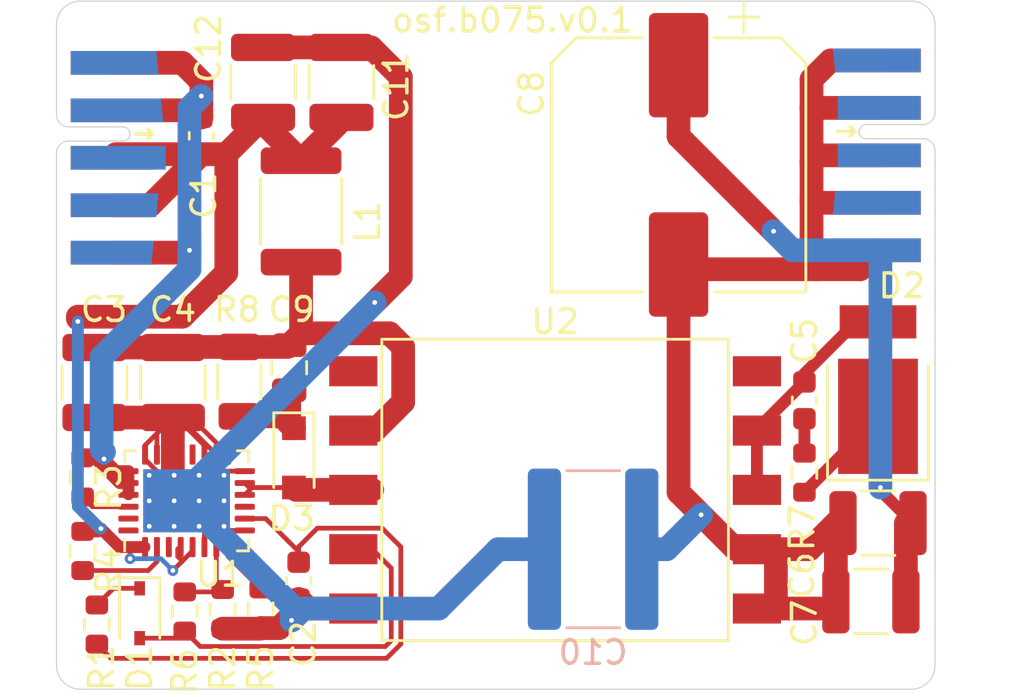
<source format=kicad_pcb>
(kicad_pcb (version 20211014) (generator pcbnew)
  (layers (0 "F.Cu" signal) (31 "B.Cu" signal) (34 "B.Paste" user) (35 "F.Paste" user) (36 "B.SilkS" user "B.Silkscreen") (37 "F.SilkS" user "F.Silkscreen") (38 "B.Mask" user) (39 "F.Mask" user) (44 "Edge.Cuts" user))
  (net 0 "")
  (net 1 "GND")
  (net 2 "Net-(R3-Pad1)")
  (net 3 "Net-(C2-Pad1)")
  (net 4 "/Controller/PoE-")
  (net 5 "/Controller/GNDPWR")
  (net 6 "/Controller/5V")
  (net 7 "Net-(R4-Pad2)")
  (net 8 "Net-(R5-Pad1)")
  (net 9 "/Controller/PoE+")
  (net 16 "Net-(C5-Pad2)")
  (net 17 "Net-(D1-Pad1)")
  (net 18 "Net-(R2-Pad1)")
  (net 19 "Net-(C3-Pad1)")
  (net 20 "Net-(C9-Pad2)")
  (net 21 "Net-(D3-Pad2)")
  (net 22 "Net-(D1-Pad2)")
  (net 23 "Net-(D2-Pad2)")
  (footprint "on_edge:on_edge_2x05_device" (layer "F.Cu") (at 77 80.6 -90)
    (fp_text reference "J1")
    (fp_text value "013_PoE_rectified")
    (fp_line (start -1.2 -3.85) (end -1 -4.05) (layer "F.SilkS") (width 0.153))
    (fp_line (start -1 -4.05) (end -1 -3.323) (layer "F.SilkS") (width 0.153))
    (fp_line (start -1 -4.05) (end -0.8 -3.85) (layer "F.SilkS") (width 0.153))
    (fp_line (start -4 0) (end -1.8 0) (layer "Edge.Cuts") (width 0.05))
    (fp_line (start -0.7 -0.5) (end -0.7 -2.8) (layer "Edge.Cuts") (width 0.05))
    (fp_line (start -0.2 0) (end 4 0) (layer "Edge.Cuts") (width 0.05))
    (fp_line (start -1.3 -2.8) (end -1.3 -0.5) (layer "Edge.Cuts") (width 0.05))
    (fp_arc (start -1.3 -0.5) (mid -1.446447 -0.146447) (end -1.8 0) (layer "Edge.Cuts") (width 0.05))
    (fp_arc (start -0.2 0) (mid -0.553553 -0.146447) (end -0.7 -0.5) (layer "Edge.Cuts") (width 0.05))
    (fp_arc (start -1.3 -2.8) (mid -1 -3.1) (end -0.7 -2.8) (layer "Edge.Cuts") (width 0.05))
    (pad "1" smd rect (at -4 -2.35 90) (size 1 3.5) (layers "F.Cu" "F.Mask") (net 4 "/Controller/PoE-"))
    (pad "2" smd rect (at -2 -2.35 270) (size 1 3.5) (layers "F.Cu" "F.Mask") (net 4 "/Controller/PoE-"))
    (pad "3" smd rect (at 0 -2.35 270) (size 1 3.5) (layers "F.Cu" "F.Mask") (net 9 "/Controller/PoE+"))
    (pad "4" smd rect (at 2 -2.35 90) (size 1 3.5) (layers "F.Cu" "F.Mask") (net 9 "/Controller/PoE+"))
    (pad "5" smd rect (at 4 -2.35 90) (size 1 3.5) (layers "F.Cu" "F.Mask") (net 4 "/Controller/PoE-"))
    (pad "6" smd custom (at -4 -2.4 270) (size 1 3.6) (layers "B.Cu" "B.Mask") (options (clearance outline) (anchor rect)) (primitives (gr_poly (pts (xy 0.5 -1.8) (xy 0.5 -1.9) (xy -0.5 -1.8)) (width 0) (fill yes))))
    (pad "7" smd custom (at -2 -2.1 270) (size 1 3) (layers "B.Cu" "B.Mask") (options (clearance outline) (anchor rect)) (primitives (gr_poly (pts (xy 0.3 -0.51) (xy 0.31 -0.62) (xy 0.33 -0.7) (xy 0.35 -0.76) (xy 0.37 -0.81) (xy 0.4 -0.86) (xy 0.44 -0.92) (xy 0.48 -0.97) (xy 0.5 -0.99) (xy 0.5 -2.4) (xy -0.5 -2.3) (xy -0.5 1.5) (xy 0.3 1.5)) (width 0) (fill yes))))
    (pad "8" smd rect (at 0 -2.6 270) (size 1 4) (layers "B.Cu" "B.Mask"))
    (pad "9" smd custom (at 2 -2.4 270) (size 1 3.6) (layers "B.Cu" "B.Mask") (options (clearance outline) (anchor rect)) (primitives (gr_poly (pts (xy -0.5 -1.8) (xy -0.5 -1.9) (xy 0.5 -1.8)) (width 0) (fill yes))))
    (pad "10" smd custom (at 4 -2.3 270) (size 1 3.4) (layers "B.Cu" "B.Mask") (options (clearance outline) (anchor rect)) (primitives (gr_poly (pts (xy -0.5 -1.7) (xy -0.5 -1.8) (xy 0.5 -1.7)) (width 0) (fill yes))))
  )
  (footprint "Capacitor_SMD:C_0603_1608Metric" (layer "F.Cu") (at 83.1 79.675 90)
    (fp_text reference "C1" (at -2.525 0.1 90) (layer "F.SilkS"))
    (fp_text value "100n")
    (fp_line (start -0.14058 -0.51) (end 0.14058 -0.51) (layer "F.SilkS") (width 0.12))
    (fp_line (start -0.14058 0.51) (end 0.14058 0.51) (layer "F.SilkS") (width 0.12))
    (pad "1" smd roundrect (at -0.775 0 90) (size 0.9 0.95) (layers "F.Cu" "F.Paste" "F.Mask") (net 9 "/Controller/PoE+"))
    (pad "2" smd roundrect (at 0.775 0 90) (size 0.9 0.95) (layers "F.Cu" "F.Paste" "F.Mask") (net 4 "/Controller/PoE-"))
  )
  (footprint "Capacitor_SMD:C_0603_1608Metric" (layer "F.Cu") (at 87.2 98.425 -90)
    (fp_text reference "C2" (at 2.675 -0.2 90) (layer "F.SilkS"))
    (fp_text value "1uF")
    (fp_line (start -0.14058 -0.51) (end 0.14058 -0.51) (layer "F.SilkS") (width 0.12))
    (fp_line (start -0.14058 0.51) (end 0.14058 0.51) (layer "F.SilkS") (width 0.12))
    (pad "1" smd roundrect (at -0.775 0 270) (size 0.9 0.95) (layers "F.Cu" "F.Paste" "F.Mask") (net 3 "Net-(C2-Pad1)"))
    (pad "2" smd roundrect (at 0.775 0 270) (size 0.9 0.95) (layers "F.Cu" "F.Paste" "F.Mask") (net 5 "/Controller/GNDPWR"))
  )
  (footprint "Resistor_SMD:R_0603_1608Metric" (layer "F.Cu") (at 78.1 94.075 90)
    (fp_text reference "R3" (at -0.425 1.1 90) (layer "F.SilkS"))
    (fp_text value "41.2R")
    (fp_line (start -0.237258 -0.5225) (end 0.237258 -0.5225) (layer "F.SilkS") (width 0.12))
    (fp_line (start -0.237258 0.5225) (end 0.237258 0.5225) (layer "F.SilkS") (width 0.12))
    (pad "1" smd roundrect (at -0.825 0 90) (size 0.8 0.95) (layers "F.Cu" "F.Paste" "F.Mask") (net 2 "Net-(R3-Pad1)"))
    (pad "2" smd roundrect (at 0.825 0 90) (size 0.8 0.95) (layers "F.Cu" "F.Paste" "F.Mask") (net 4 "/Controller/PoE-"))
  )
  (footprint "Resistor_SMD:R_0603_1608Metric" (layer "F.Cu") (at 85.6 99.6 -90)
    (fp_text reference "R5" (at 2.525 0 90) (layer "F.SilkS"))
    (fp_text value "49.9k")
    (fp_line (start -0.237258 -0.5225) (end 0.237258 -0.5225) (layer "F.SilkS") (width 0.12))
    (fp_line (start -0.237258 0.5225) (end 0.237258 0.5225) (layer "F.SilkS") (width 0.12))
    (pad "1" smd roundrect (at -0.825 0 270) (size 0.8 0.95) (layers "F.Cu" "F.Paste" "F.Mask") (net 8 "Net-(R5-Pad1)"))
    (pad "2" smd roundrect (at 0.825 0 270) (size 0.8 0.95) (layers "F.Cu" "F.Paste" "F.Mask") (net 5 "/Controller/GNDPWR"))
  )
  (footprint "Package_DFN_QFN:QFN-28-1EP_4x5mm_P0.5mm_EP2.65x3.65mm_ThermalVias" (layer "F.Cu") (at 82.48 95.06 90)
    (fp_text reference "U1" (at -3.1 1.4) (layer "F.SilkS"))
    (fp_text value "MP8007")
    (fp_line (start 2.11 2.61) (end 2.11 2.135) (layer "F.SilkS") (width 0.12))
    (fp_line (start -1.635 2.61) (end -2.11 2.61) (layer "F.SilkS") (width 0.12))
    (fp_line (start -1.635 -2.61) (end -2.11 -2.61) (layer "F.SilkS") (width 0.12))
    (fp_line (start 1.635 2.61) (end 2.11 2.61) (layer "F.SilkS") (width 0.12))
    (fp_line (start 1.635 -2.61) (end 2.11 -2.61) (layer "F.SilkS") (width 0.12))
    (fp_line (start 2.11 -2.61) (end 2.11 -2.135) (layer "F.SilkS") (width 0.12))
    (fp_line (start -2.11 2.61) (end -2.11 2.135) (layer "F.SilkS") (width 0.12))
    (pad "1" smd roundrect (at -1.95 -1.75 90) (size 0.85 0.25) (layers "F.Cu" "F.Paste" "F.Mask") (net 9 "/Controller/PoE+"))
    (pad "2" smd roundrect (at -1.95 -1.25 90) (size 0.85 0.25) (layers "F.Cu" "F.Paste" "F.Mask") (net 7 "Net-(R4-Pad2)"))
    (pad "3" smd roundrect (at -1.95 -0.75 90) (size 0.85 0.25) (layers "F.Cu" "F.Paste" "F.Mask"))
    (pad "4" smd roundrect (at -1.95 -0.25 90) (size 0.85 0.25) (layers "F.Cu" "F.Paste" "F.Mask") (net 9 "/Controller/PoE+"))
    (pad "5" smd roundrect (at -1.95 0.25 90) (size 0.85 0.25) (layers "F.Cu" "F.Paste" "F.Mask") (net 9 "/Controller/PoE+"))
    (pad "6" smd roundrect (at -1.95 0.75 90) (size 0.85 0.25) (layers "F.Cu" "F.Paste" "F.Mask") (net 5 "/Controller/GNDPWR"))
    (pad "7" smd roundrect (at -1.95 1.25 90) (size 0.85 0.25) (layers "F.Cu" "F.Paste" "F.Mask") (net 18 "Net-(R2-Pad1)"))
    (pad "8" smd roundrect (at -1.95 1.75 90) (size 0.85 0.25) (layers "F.Cu" "F.Paste" "F.Mask") (net 8 "Net-(R5-Pad1)"))
    (pad "9" smd roundrect (at -1.25 2.45 90) (size 0.25 0.85) (layers "F.Cu" "F.Paste" "F.Mask") (net 5 "/Controller/GNDPWR"))
    (pad "10" smd roundrect (at -0.75 2.45 90) (size 0.25 0.85) (layers "F.Cu" "F.Paste" "F.Mask") (net 3 "Net-(C2-Pad1)"))
    (pad "11" smd roundrect (at -0.25 2.45 90) (size 0.25 0.85) (layers "F.Cu" "F.Paste" "F.Mask"))
    (pad "12" smd roundrect (at 0.25 2.45 90) (size 0.25 0.85) (layers "F.Cu" "F.Paste" "F.Mask") (net 21 "Net-(D3-Pad2)"))
    (pad "13" smd roundrect (at 0.75 2.45 90) (size 0.25 0.85) (layers "F.Cu" "F.Paste" "F.Mask") (net 21 "Net-(D3-Pad2)"))
    (pad "14" smd roundrect (at 1.25 2.45 90) (size 0.25 0.85) (layers "F.Cu" "F.Paste" "F.Mask") (net 5 "/Controller/GNDPWR"))
    (pad "15" smd roundrect (at 1.95 1.75 90) (size 0.85 0.25) (layers "F.Cu" "F.Paste" "F.Mask") (net 5 "/Controller/GNDPWR"))
    (pad "16" smd roundrect (at 1.95 1.25 90) (size 0.85 0.25) (layers "F.Cu" "F.Paste" "F.Mask") (net 5 "/Controller/GNDPWR"))
    (pad "17" smd roundrect (at 1.95 0.75 90) (size 0.85 0.25) (layers "F.Cu" "F.Paste" "F.Mask") (net 5 "/Controller/GNDPWR"))
    (pad "18" smd roundrect (at 1.95 0.25 90) (size 0.85 0.25) (layers "F.Cu" "F.Paste" "F.Mask"))
    (pad "19" smd roundrect (at 1.95 -0.25 90) (size 0.85 0.25) (layers "F.Cu" "F.Paste" "F.Mask") (net 5 "/Controller/GNDPWR"))
    (pad "20" smd roundrect (at 1.95 -0.75 90) (size 0.85 0.25) (layers "F.Cu" "F.Paste" "F.Mask") (net 5 "/Controller/GNDPWR"))
    (pad "21" smd roundrect (at 1.95 -1.25 90) (size 0.85 0.25) (layers "F.Cu" "F.Paste" "F.Mask") (net 5 "/Controller/GNDPWR"))
    (pad "22" smd roundrect (at 1.95 -1.75 90) (size 0.85 0.25) (layers "F.Cu" "F.Paste" "F.Mask") (net 5 "/Controller/GNDPWR"))
    (pad "23" smd roundrect (at 1.25 -2.45 90) (size 0.25 0.85) (layers "F.Cu" "F.Paste" "F.Mask") (net 4 "/Controller/PoE-"))
    (pad "24" smd roundrect (at 0.75 -2.45 90) (size 0.25 0.85) (layers "F.Cu" "F.Paste" "F.Mask") (net 4 "/Controller/PoE-"))
    (pad "25" smd roundrect (at 0.25 -2.45 90) (size 0.25 0.85) (layers "F.Cu" "F.Paste" "F.Mask") (net 4 "/Controller/PoE-"))
    (pad "26" smd roundrect (at -0.25 -2.45 90) (size 0.25 0.85) (layers "F.Cu" "F.Paste" "F.Mask") (net 2 "Net-(R3-Pad1)"))
    (pad "27" smd roundrect (at -0.75 -2.45 90) (size 0.25 0.85) (layers "F.Cu" "F.Paste" "F.Mask"))
    (pad "28" smd roundrect (at -1.25 -2.45 90) (size 0.25 0.85) (layers "F.Cu" "F.Paste" "F.Mask"))
    (pad "29" thru_hole circle (at -1.075 1.575 90) (size 0.5 0.5) (drill 0.2) (layers *.Cu) (net 5 "/Controller/GNDPWR"))
    (pad "29" smd rect (at 0 0 90) (size 2.65 3.65) (layers "F.Cu" "F.Mask") (net 5 "/Controller/GNDPWR"))
    (pad "29" thru_hole circle (at -1.075 -1.575 90) (size 0.5 0.5) (drill 0.2) (layers *.Cu) (net 5 "/Controller/GNDPWR"))
    (pad "29" thru_hole circle (at 0 -1.575 90) (size 0.5 0.5) (drill 0.2) (layers *.Cu) (net 5 "/Controller/GNDPWR"))
    (pad "29" thru_hole circle (at 0 0.525 90) (size 0.5 0.5) (drill 0.2) (layers *.Cu) (net 5 "/Controller/GNDPWR"))
    (pad "29" thru_hole circle (at 1.075 1.575 90) (size 0.5 0.5) (drill 0.2) (layers *.Cu) (net 5 "/Controller/GNDPWR"))
    (pad "29" thru_hole circle (at 0 1.575 90) (size 0.5 0.5) (drill 0.2) (layers *.Cu) (net 5 "/Controller/GNDPWR"))
    (pad "29" thru_hole circle (at -1.075 0.525 90) (size 0.5 0.5) (drill 0.2) (layers *.Cu) (net 5 "/Controller/GNDPWR"))
    (pad "29" thru_hole circle (at 0 -0.525 90) (size 0.5 0.5) (drill 0.2) (layers *.Cu) (net 5 "/Controller/GNDPWR"))
    (pad "29" thru_hole circle (at 1.075 -1.575 90) (size 0.5 0.5) (drill 0.2) (layers *.Cu) (net 5 "/Controller/GNDPWR"))
    (pad "29" thru_hole circle (at -1.075 -0.525 90) (size 0.5 0.5) (drill 0.2) (layers *.Cu) (net 5 "/Controller/GNDPWR"))
    (pad "29" thru_hole circle (at 1.075 0.525 90) (size 0.5 0.5) (drill 0.2) (layers *.Cu) (net 5 "/Controller/GNDPWR"))
    (pad "29" smd rect (at 0 0 90) (size 2.65 3.65) (layers "B.Cu") (net 5 "/Controller/GNDPWR"))
    (pad "29" thru_hole circle (at 1.075 -0.525 90) (size 0.5 0.5) (drill 0.2) (layers *.Cu) (net 5 "/Controller/GNDPWR"))
  )
  (footprint "on_edge:on_edge_2x05_host" (layer "F.Cu") (at 114 80.5 -90)
    (fp_text reference "J2")
    (fp_text value "003_power")
    (fp_line (start -1 4.1) (end -1 3.373) (layer "F.SilkS") (width 0.153))
    (fp_line (start -0.8 3.573) (end -1 3.373) (layer "F.SilkS") (width 0.153))
    (fp_line (start -1 3.373) (end -1.2 3.573) (layer "F.SilkS") (width 0.153))
    (fp_line (start -4 0) (end -1.8 0) (layer "Edge.Cuts") (width 0.05))
    (fp_line (start -0.2 0) (end 4 0) (layer "Edge.Cuts") (width 0.05))
    (fp_line (start -1.3 0.5) (end -1.3 2.9) (layer "Edge.Cuts") (width 0.05))
    (fp_line (start -0.7 2.9) (end -0.7 0.5) (layer "Edge.Cuts") (width 0.05))
    (fp_arc (start -0.7 2.9) (mid -1 3.2) (end -1.3 2.9) (layer "Edge.Cuts") (width 0.05))
    (fp_arc (start -1.8 0) (mid -1.446447 0.146447) (end -1.3 0.5) (layer "Edge.Cuts") (width 0.05))
    (fp_arc (start -0.7 0.5) (mid -0.553553 0.146447) (end -0.2 0) (layer "Edge.Cuts") (width 0.05))
    (pad "1" smd rect (at -4 2.35 270) (size 1 3.5) (layers "F.Cu" "F.Mask") (net 1 "GND"))
    (pad "2" smd rect (at -2 2.35 270) (size 1 3.5) (layers "F.Cu" "F.Mask") (net 1 "GND"))
    (pad "3" smd rect (at 0 2.35 270) (size 1 3.5) (layers "F.Cu" "F.Mask") (net 1 "GND"))
    (pad "4" smd rect (at 2 2.35 270) (size 1 3.5) (layers "F.Cu" "F.Mask") (net 1 "GND"))
    (pad "5" smd rect (at 4 2.35 270) (size 1 3.5) (layers "F.Cu" "F.Mask") (net 1 "GND"))
    (pad "6" smd custom (at -4 2.4 90) (size 1 3.6) (layers "B.Cu" "B.Mask") (options (clearance outline) (anchor rect)) (primitives (gr_poly (pts (xy 0.5 -1.8) (xy -0.5 -1.8) (xy 0.5 -1.9)) (width 0) (fill yes))))
    (pad "7" smd rect (at -2 2.35 90) (size 1 3.5) (layers "B.Cu" "B.Mask"))
    (pad "8" smd rect (at 0 2.35 90) (size 1 3.5) (layers "B.Cu" "B.Mask"))
    (pad "9" smd custom (at 2 2.4 90) (size 1 3.6) (layers "B.Cu" "B.Mask") (options (clearance outline) (anchor rect)) (primitives (gr_poly (pts (xy 0.5 -1.8) (xy -0.5 -1.8) (xy -0.5 -1.9)) (width 0) (fill yes))))
    (pad "10" smd custom (at 4 2.5 90) (size 1 3.8) (layers "B.Cu" "B.Mask") (net 6 "/Controller/5V") (options (clearance outline) (anchor rect)) (primitives (gr_poly (pts (xy 0.5 -1.9) (xy -0.5 -1.9) (xy -0.5 -2)) (width 0) (fill yes))))
  )
  (footprint "Resistor_SMD:R_0603_1608Metric" (layer "F.Cu") (at 78.1 97.175 -90)
    (fp_text reference "R4" (at 0.825 -1.1 90) (layer "F.SilkS"))
    (fp_text value "24.9k")
    (fp_line (start -0.237258 -0.5225) (end 0.237258 -0.5225) (layer "F.SilkS") (width 0.12))
    (fp_line (start -0.237258 0.5225) (end 0.237258 0.5225) (layer "F.SilkS") (width 0.12))
    (pad "1" smd roundrect (at -0.825 0 270) (size 0.8 0.95) (layers "F.Cu" "F.Paste" "F.Mask") (net 9 "/Controller/PoE+"))
    (pad "2" smd roundrect (at 0.825 0 270) (size 0.8 0.95) (layers "F.Cu" "F.Paste" "F.Mask") (net 7 "Net-(R4-Pad2)"))
  )
  (footprint "Capacitor_SMD:C_1210_3225Metric" (layer "F.Cu") (at 81.9 90.075 -90)
    (fp_text reference "C4" (at -3.075 0 180) (layer "F.SilkS"))
    (fp_text value "10uF")
    (fp_line (start -0.711252 -1.36) (end 0.711252 -1.36) (layer "F.SilkS") (width 0.12))
    (fp_line (start -0.711252 1.36) (end 0.711252 1.36) (layer "F.SilkS") (width 0.12))
    (pad "1" smd roundrect (at -1.475 0 270) (size 1.15 2.7) (layers "F.Cu" "F.Paste" "F.Mask") (roundrect_rratio 0.217391) (net 19 "Net-(C3-Pad1)"))
    (pad "2" smd roundrect (at 1.475 0 270) (size 1.15 2.7) (layers "F.Cu" "F.Paste" "F.Mask") (roundrect_rratio 0.217391) (net 5 "/Controller/GNDPWR"))
  )
  (footprint "Capacitor_SMD:C_1210_3225Metric" (layer "F.Cu") (at 78.6 90.075 -90)
    (fp_text reference "C3" (at -3.075 -0.4 180) (layer "F.SilkS"))
    (fp_text value "2.2uF")
    (fp_line (start -0.711252 -1.36) (end 0.711252 -1.36) (layer "F.SilkS") (width 0.12))
    (fp_line (start -0.711252 1.36) (end 0.711252 1.36) (layer "F.SilkS") (width 0.12))
    (pad "1" smd roundrect (at -1.475 0 270) (size 1.15 2.7) (layers "F.Cu" "F.Paste" "F.Mask") (roundrect_rratio 0.217391) (net 19 "Net-(C3-Pad1)"))
    (pad "2" smd roundrect (at 1.475 0 270) (size 1.15 2.7) (layers "F.Cu" "F.Paste" "F.Mask") (roundrect_rratio 0.217391) (net 5 "/Controller/GNDPWR"))
  )
  (footprint "Capacitor_SMD:C_0805_2012Metric" (layer "F.Cu") (at 86.8 89.45 -90)
    (fp_text reference "C9" (at -2.45 -0.1) (layer "F.SilkS"))
    (fp_text value "10n")
    (fp_line (start -0.261252 -0.735) (end 0.261252 -0.735) (layer "F.SilkS") (width 0.12))
    (fp_line (start -0.261252 0.735) (end 0.261252 0.735) (layer "F.SilkS") (width 0.12))
    (pad "1" smd roundrect (at -0.95 0 270) (size 1 1.45) (layers "F.Cu" "F.Paste" "F.Mask") (net 19 "Net-(C3-Pad1)"))
    (pad "2" smd roundrect (at 0.95 0 270) (size 1 1.45) (layers "F.Cu" "F.Paste" "F.Mask") (net 20 "Net-(C9-Pad2)"))
  )
  (footprint "Resistor_SMD:R_0603_1608Metric" (layer "F.Cu") (at 84 99.625 -90)
    (fp_text reference "R2" (at 2.5 0 90) (layer "F.SilkS"))
    (fp_text value "20k")
    (fp_line (start -0.237258 -0.5225) (end 0.237258 -0.5225) (layer "F.SilkS") (width 0.12))
    (fp_line (start -0.237258 0.5225) (end 0.237258 0.5225) (layer "F.SilkS") (width 0.12))
    (pad "1" smd roundrect (at -0.825 0 270) (size 0.8 0.95) (layers "F.Cu" "F.Paste" "F.Mask") (net 18 "Net-(R2-Pad1)"))
    (pad "2" smd roundrect (at 0.825 0 270) (size 0.8 0.95) (layers "F.Cu" "F.Paste" "F.Mask") (net 5 "/Controller/GNDPWR"))
  )
  (footprint "Capacitor_SMD:C_1210_3225Metric" (layer "F.Cu") (at 111.3 99.3 180)
    (fp_text reference "C7" (at 2.8 -0.9 90) (layer "F.SilkS"))
    (fp_text value "47uF")
    (fp_line (start -0.711252 -1.36) (end 0.711252 -1.36) (layer "F.SilkS") (width 0.12))
    (fp_line (start -0.711252 1.36) (end 0.711252 1.36) (layer "F.SilkS") (width 0.12))
    (pad "1" smd roundrect (at -1.475 0 180) (size 1.15 2.7) (layers "F.Cu" "F.Paste" "F.Mask") (roundrect_rratio 0.217391) (net 6 "/Controller/5V"))
    (pad "2" smd roundrect (at 1.475 0 180) (size 1.15 2.7) (layers "F.Cu" "F.Paste" "F.Mask") (roundrect_rratio 0.217391) (net 1 "GND"))
  )
  (footprint "Inductor_SMD:L_1812_4532Metric" (layer "F.Cu") (at 87.3 82.8625 -90)
    (fp_text reference "L1" (at 0.4375 -2.8 90) (layer "F.SilkS"))
    (fp_text value "0R")
    (fp_line (start -1.386252 -1.71) (end 1.386252 -1.71) (layer "F.SilkS") (width 0.12))
    (fp_line (start -1.386252 1.71) (end 1.386252 1.71) (layer "F.SilkS") (width 0.12))
    (pad "1" smd roundrect (at -2.1375 0 270) (size 1.125 3.4) (layers "F.Cu" "F.Paste" "F.Mask") (roundrect_rratio 0.222222) (net 9 "/Controller/PoE+"))
    (pad "2" smd roundrect (at 2.1375 0 270) (size 1.125 3.4) (layers "F.Cu" "F.Paste" "F.Mask") (roundrect_rratio 0.222222) (net 19 "Net-(C3-Pad1)"))
  )
  (footprint "Capacitor_SMD:CP_Elec_10x10.5" (layer "F.Cu") (at 103.2 80.9 -90)
    (fp_text reference "C8" (at -3 6.2 90) (layer "F.SilkS"))
    (fp_text value "220uF")
    (fp_line (start -6.85 -2.76) (end -5.6 -2.76) (layer "F.SilkS") (width 0.12))
    (fp_line (start -5.36 4.295563) (end -4.295563 5.36) (layer "F.SilkS") (width 0.12))
    (fp_line (start -5.36 -4.295563) (end -4.295563 -5.36) (layer "F.SilkS") (width 0.12))
    (fp_line (start -4.295563 5.36) (end 5.36 5.36) (layer "F.SilkS") (width 0.12))
    (fp_line (start -4.295563 -5.36) (end 5.36 -5.36) (layer "F.SilkS") (width 0.12))
    (fp_line (start -5.36 -4.295563) (end -5.36 -1.51) (layer "F.SilkS") (width 0.12))
    (fp_line (start -5.36 4.295563) (end -5.36 1.51) (layer "F.SilkS") (width 0.12))
    (fp_line (start -6.225 -3.385) (end -6.225 -2.135) (layer "F.SilkS") (width 0.12))
    (fp_line (start 5.36 -5.36) (end 5.36 -1.51) (layer "F.SilkS") (width 0.12))
    (fp_line (start 5.36 5.36) (end 5.36 1.51) (layer "F.SilkS") (width 0.12))
    (pad "1" smd roundrect (at -4.2 0 270) (size 4.4 2.5) (layers "F.Cu" "F.Paste" "F.Mask") (roundrect_rratio 0.1) (net 6 "/Controller/5V"))
    (pad "2" smd roundrect (at 4.2 0 270) (size 4.4 2.5) (layers "F.Cu" "F.Paste" "F.Mask") (roundrect_rratio 0.1) (net 1 "GND"))
  )
  (footprint "Resistor_SMD:R_0603_1608Metric" (layer "F.Cu") (at 78.7 100.275 -90)
    (fp_text reference "R1" (at 1.825 -0.2 90) (layer "F.SilkS"))
    (fp_text value "2.2k")
    (fp_line (start -0.237258 0.5225) (end 0.237258 0.5225) (layer "F.SilkS") (width 0.12))
    (fp_line (start -0.237258 -0.5225) (end 0.237258 -0.5225) (layer "F.SilkS") (width 0.12))
    (pad "1" smd roundrect (at -0.825 0 270) (size 0.8 0.95) (layers "F.Cu" "F.Paste" "F.Mask") (net 17 "Net-(D1-Pad1)"))
    (pad "2" smd roundrect (at 0.825 0 270) (size 0.8 0.95) (layers "F.Cu" "F.Paste" "F.Mask") (net 3 "Net-(C2-Pad1)"))
  )
  (footprint "Capacitor_SMD:C_1210_3225Metric" (layer "F.Cu") (at 111.6 96 180)
    (fp_text reference "C6" (at 3.2 -2.2 90) (layer "F.SilkS"))
    (fp_text value "47uF")
    (fp_line (start -0.711252 1.36) (end 0.711252 1.36) (layer "F.SilkS") (width 0.12))
    (fp_line (start -0.711252 -1.36) (end 0.711252 -1.36) (layer "F.SilkS") (width 0.12))
    (pad "1" smd roundrect (at -1.475 0 180) (size 1.15 2.7) (layers "F.Cu" "F.Paste" "F.Mask") (roundrect_rratio 0.217391) (net 6 "/Controller/5V"))
    (pad "2" smd roundrect (at 1.475 0 180) (size 1.15 2.7) (layers "F.Cu" "F.Paste" "F.Mask") (roundrect_rratio 0.217391) (net 1 "GND"))
  )
  (footprint "Capacitor_SMD:C_1210_3225Metric" (layer "F.Cu") (at 85.7 77.425 90)
    (fp_text reference "C12" (at 1.425 -2.3 90) (layer "F.SilkS"))
    (fp_text value "2.2uF")
    (fp_line (start -0.711252 -1.36) (end 0.711252 -1.36) (layer "F.SilkS") (width 0.12))
    (fp_line (start -0.711252 1.36) (end 0.711252 1.36) (layer "F.SilkS") (width 0.12))
    (pad "1" smd roundrect (at -1.475 0 90) (size 1.15 2.7) (layers "F.Cu" "F.Paste" "F.Mask") (roundrect_rratio 0.217391) (net 9 "/Controller/PoE+"))
    (pad "2" smd roundrect (at 1.475 0 90) (size 1.15 2.7) (layers "F.Cu" "F.Paste" "F.Mask") (roundrect_rratio 0.217391) (net 5 "/Controller/GNDPWR"))
  )
  (footprint "Resistor_SMD:R_0603_1608Metric" (layer "F.Cu") (at 82.4 99.725 90)
    (fp_text reference "R6" (at -2.525 0 90) (layer "F.SilkS"))
    (fp_text value "105k")
    (fp_line (start -0.237258 0.5225) (end 0.237258 0.5225) (layer "F.SilkS") (width 0.12))
    (fp_line (start -0.237258 -0.5225) (end 0.237258 -0.5225) (layer "F.SilkS") (width 0.12))
    (pad "1" smd roundrect (at -0.825 0 90) (size 0.8 0.95) (layers "F.Cu" "F.Paste" "F.Mask") (net 22 "Net-(D1-Pad2)"))
    (pad "2" smd roundrect (at 0.825 0 90) (size 0.8 0.95) (layers "F.Cu" "F.Paste" "F.Mask") (net 18 "Net-(R2-Pad1)"))
  )
  (footprint "local:Transformer_Coilcraft_POE13P" (layer "F.Cu") (at 98 94.6)
    (fp_text reference "U2" (at 0 -7.1) (layer "F.SilkS"))
    (fp_text value "POE13P-12L")
    (fp_line (start -7.3 6.35) (end 7.3 6.35) (layer "F.SilkS") (width 0.12))
    (fp_line (start -7.3 -6.35) (end -7.3 6.35) (layer "F.SilkS") (width 0.12))
    (fp_line (start 7.3 6.35) (end 7.3 -6.35) (layer "F.SilkS") (width 0.12))
    (fp_line (start 7.3 -6.35) (end -7.3 -6.35) (layer "F.SilkS") (width 0.12))
    (pad "1" smd rect (at -8.5 5) (size 2.03 1.27) (layers "F.Cu" "F.Paste" "F.Mask") (net 5 "/Controller/GNDPWR"))
    (pad "2" smd rect (at -8.5 2.5) (size 2.03 1.27) (layers "F.Cu" "F.Paste" "F.Mask") (net 22 "Net-(D1-Pad2)"))
    (pad "3" smd rect (at -8.5 0) (size 2.03 1.27) (layers "F.Cu" "F.Paste" "F.Mask") (net 21 "Net-(D3-Pad2)"))
    (pad "4" smd rect (at -8.5 -2.5) (size 2.03 1.27) (layers "F.Cu" "F.Paste" "F.Mask") (net 19 "Net-(C3-Pad1)"))
    (pad "5" smd rect (at -8.5 -5) (size 2.03 1.27) (layers "F.Cu" "F.Paste" "F.Mask"))
    (pad "6" smd rect (at 8.5 -5) (size 2.03 1.27) (layers "F.Cu" "F.Paste" "F.Mask"))
    (pad "7" smd rect (at 8.5 -2.5) (size 2.03 1.27) (layers "F.Cu" "F.Paste" "F.Mask") (net 23 "Net-(D2-Pad2)"))
    (pad "8" smd rect (at 8.5 0) (size 2.03 1.27) (layers "F.Cu" "F.Paste" "F.Mask") (net 23 "Net-(D2-Pad2)"))
    (pad "9" smd rect (at 8.5 2.5) (size 2.03 1.27) (layers "F.Cu" "F.Paste" "F.Mask") (net 1 "GND"))
    (pad "10" smd rect (at 8.5 5) (size 2.03 1.27) (layers "F.Cu" "F.Paste" "F.Mask") (net 1 "GND"))
  )
  (footprint "Capacitor_SMD:C_1210_3225Metric" (layer "F.Cu") (at 89 77.425 90)
    (fp_text reference "C11" (at -0.175 2.3 90) (layer "F.SilkS"))
    (fp_text value "10uF")
    (fp_line (start -0.711252 1.36) (end 0.711252 1.36) (layer "F.SilkS") (width 0.12))
    (fp_line (start -0.711252 -1.36) (end 0.711252 -1.36) (layer "F.SilkS") (width 0.12))
    (pad "1" smd roundrect (at -1.475 0 90) (size 1.15 2.7) (layers "F.Cu" "F.Paste" "F.Mask") (roundrect_rratio 0.217391) (net 9 "/Controller/PoE+"))
    (pad "2" smd roundrect (at 1.475 0 90) (size 1.15 2.7) (layers "F.Cu" "F.Paste" "F.Mask") (roundrect_rratio 0.217391) (net 5 "/Controller/GNDPWR"))
  )
  (footprint "Capacitor_SMD:C_0603_1608Metric" (layer "F.Cu") (at 108.5 90.825 -90)
    (fp_text reference "C5" (at -2.5 0 90) (layer "F.SilkS"))
    (fp_text value "1nF")
    (fp_line (start -0.14058 0.51) (end 0.14058 0.51) (layer "F.SilkS") (width 0.12))
    (fp_line (start -0.14058 -0.51) (end 0.14058 -0.51) (layer "F.SilkS") (width 0.12))
    (pad "1" smd roundrect (at -0.775 0 270) (size 0.9 0.95) (layers "F.Cu" "F.Paste" "F.Mask") (net 23 "Net-(D2-Pad2)"))
    (pad "2" smd roundrect (at 0.775 0 270) (size 0.9 0.95) (layers "F.Cu" "F.Paste" "F.Mask") (net 16 "Net-(C5-Pad2)"))
  )
  (footprint "Diode_SMD:D_PowerDI-5" (layer "F.Cu") (at 111.6 90.38 90)
    (fp_text reference "D2" (at 4.38 1 180) (layer "F.SilkS"))
    (fp_text value "SBR8U60P5-7")
    (fp_line (start 1 -2.125) (end -3.81 -2.125) (layer "F.SilkS") (width 0.12))
    (fp_line (start -3.81 2.125) (end -3.81 -2.125) (layer "F.SilkS") (width 0.12))
    (fp_line (start -3.81 2.125) (end 1 2.125) (layer "F.SilkS") (width 0.12))
    (pad "1" smd rect (at -1.12 0 270) (size 4.86 3.36) (layers "F.Cu" "F.Paste" "F.Mask") (net 6 "/Controller/5V"))
    (pad "2" smd rect (at 2.862 0.92 270) (size 1.4 1.39) (layers "F.Cu" "F.Paste" "F.Mask") (net 23 "Net-(D2-Pad2)"))
    (pad "2" smd rect (at 2.862 -0.92 270) (size 1.4 1.39) (layers "F.Cu" "F.Paste" "F.Mask") (net 23 "Net-(D2-Pad2)"))
  )
  (footprint "Resistor_SMD:R_0603_1608Metric" (layer "F.Cu") (at 108.5 93.875 90)
    (fp_text reference "R7" (at -2.325 -0.1 90) (layer "F.SilkS"))
    (fp_text value "20R")
    (fp_line (start -0.237258 0.5225) (end 0.237258 0.5225) (layer "F.SilkS") (width 0.12))
    (fp_line (start -0.237258 -0.5225) (end 0.237258 -0.5225) (layer "F.SilkS") (width 0.12))
    (pad "1" smd roundrect (at -0.825 0 90) (size 0.8 0.95) (layers "F.Cu" "F.Paste" "F.Mask") (net 6 "/Controller/5V"))
    (pad "2" smd roundrect (at 0.825 0 90) (size 0.8 0.95) (layers "F.Cu" "F.Paste" "F.Mask") (net 16 "Net-(C5-Pad2)"))
  )
  (footprint "Diode_SMD:D_SOD-323" (layer "F.Cu") (at 80.5 99.8 -90)
    (fp_text reference "D1" (at 2.3 0 90) (layer "F.SilkS"))
    (fp_text value "1N4148")
    (fp_line (start -1.5 -0.85) (end 1.05 -0.85) (layer "F.SilkS") (width 0.12))
    (fp_line (start -1.5 -0.85) (end -1.5 0.85) (layer "F.SilkS") (width 0.12))
    (fp_line (start -1.5 0.85) (end 1.05 0.85) (layer "F.SilkS") (width 0.12))
    (pad "1" smd rect (at -1.05 0 270) (size 0.6 0.45) (layers "F.Cu" "F.Paste" "F.Mask") (net 17 "Net-(D1-Pad1)"))
    (pad "2" smd rect (at 1.05 0 270) (size 0.6 0.45) (layers "F.Cu" "F.Paste" "F.Mask") (net 22 "Net-(D1-Pad2)"))
  )
  (footprint "Diode_SMD:D_SOD-323_HandSoldering" (layer "F.Cu") (at 87 93.25 -90)
    (fp_text reference "D3" (at 2.55 0.1) (layer "F.SilkS"))
    (fp_text value "BAV21")
    (fp_line (start -1.9 -0.85) (end -1.9 0.85) (layer "F.SilkS") (width 0.12))
    (fp_line (start -1.9 0.85) (end 1.25 0.85) (layer "F.SilkS") (width 0.12))
    (fp_line (start -1.9 -0.85) (end 1.25 -0.85) (layer "F.SilkS") (width 0.12))
    (pad "1" smd rect (at -1.25 0 270) (size 1 1) (layers "F.Cu" "F.Paste" "F.Mask") (net 20 "Net-(C9-Pad2)"))
    (pad "2" smd rect (at 1.25 0 270) (size 1 1) (layers "F.Cu" "F.Paste" "F.Mask") (net 21 "Net-(D3-Pad2)"))
  )
  (footprint "Resistor_SMD:R_1206_3216Metric" (layer "F.Cu") (at 84.7 90.0375 90)
    (fp_text reference "R8" (at 3.0375 -0.1) (layer "F.SilkS"))
    (fp_text value "10K")
    (fp_line (start -0.727064 -0.91) (end 0.727064 -0.91) (layer "F.SilkS") (width 0.12))
    (fp_line (start -0.727064 0.91) (end 0.727064 0.91) (layer "F.SilkS") (width 0.12))
    (pad "1" smd roundrect (at -1.4625 0 90) (size 1.125 1.75) (layers "F.Cu" "F.Paste" "F.Mask") (roundrect_rratio 0.222222) (net 20 "Net-(C9-Pad2)"))
    (pad "2" smd roundrect (at 1.4625 0 90) (size 1.125 1.75) (layers "F.Cu" "F.Paste" "F.Mask") (roundrect_rratio 0.222222) (net 19 "Net-(C3-Pad1)"))
  )
  (footprint "Capacitor_SMD:C_1825_4564Metric" (layer "B.Cu") (at 99.6 97.1)
    (fp_text reference "C10" (at 0 4.35) (layer "B.SilkS") (effects (justify mirror)))
    (fp_text value "1nF")
    (fp_line (start -1.115748 -3.31) (end 1.115748 -3.31) (layer "B.SilkS") (width 0.12))
    (fp_line (start -1.115748 3.31) (end 1.115748 3.31) (layer "B.SilkS") (width 0.12))
    (pad "1" smd roundrect (at -2.05 0) (size 1.4 6.8) (layers "B.Cu" "B.Paste" "B.Mask") (roundrect_rratio 0.178571) (net 5 "/Controller/GNDPWR"))
    (pad "2" smd roundrect (at 2.05 0) (size 1.4 6.8) (layers "B.Cu" "B.Paste" "B.Mask") (roundrect_rratio 0.178571) (net 1 "GND"))
  )
  (gr_line (start 113 103) (end 78 103) (layer "Edge.Cuts") (width 0.05))
  (gr_line (start 77 102) (end 77 84.6) (layer "Edge.Cuts") (width 0.05))
  (gr_line (start 78 74) (end 113 74) (layer "Edge.Cuts") (width 0.05))
  (gr_line (start 114 76.5) (end 114 75) (layer "Edge.Cuts") (width 0.05))
  (gr_line (start 77 76.6) (end 77 75) (layer "Edge.Cuts") (width 0.05))
  (gr_arc (start 113 74) (mid 113.707107 74.292893) (end 114 75) (layer "Edge.Cuts") (width 0.05))
  (gr_arc (start 77 75) (mid 77.292893 74.292893) (end 78 74) (layer "Edge.Cuts") (width 0.05))
  (gr_arc (start 78 103) (mid 77.292893 102.707107) (end 77 102) (layer "Edge.Cuts") (width 0.05))
  (gr_line (start 114 102) (end 114 84.5) (layer "Edge.Cuts") (width 0.05))
  (gr_arc (start 114 102) (mid 113.707107 102.707107) (end 113 103) (layer "Edge.Cuts") (width 0.05))
  (gr_text "osf.b075.v0.1" (at 96.2 74.8) (layer "F.SilkS") (effects (font (size 1 1))))
  (segment (start 105.6 97.1) (end 107.3 97.1) (width 1) (layer "F.Cu") (net 1))
  (segment (start 111.65 80.5) (end 109.1 80.5) (width 1) (layer "F.Cu") (net 1))
  (segment (start 109.6 76.5) (end 108.8 77.3) (width 1) (layer "F.Cu") (net 1))
  (segment (start 111.65 78.5) (end 108.8 78.5) (width 1) (layer "F.Cu") (net 1))
  (segment (start 109.825 96) (end 109.825 99.3) (width 1) (layer "F.Cu") (net 1))
  (segment (start 108.9 82.5) (end 108.8 82.4) (width 1) (layer "F.Cu") (net 1))
  (segment (start 108.8 78.5) (end 108.8 80.8) (width 1) (layer "F.Cu") (net 1))
  (segment (start 103.2 94.7) (end 104.15 95.65) (width 1) (layer "F.Cu") (net 1))
  (segment (start 107.3 99.6) (end 109.525 99.6) (width 1) (layer "F.Cu") (net 1))
  (segment (start 109 85.3) (end 110.85 85.3) (width 1) (layer "F.Cu") (net 1))
  (segment (start 111.65 76.5) (end 109.6 76.5) (width 1) (layer "F.Cu") (net 1))
  (segment (start 108.8 80.8) (end 108.8 82.4) (width 1) (layer "F.Cu") (net 1))
  (segment (start 109.525 99.6) (end 109.825 99.3) (width 1) (layer "F.Cu") (net 1))
  (segment (start 109.1 80.5) (end 108.8 80.8) (width 1) (layer "F.Cu") (net 1))
  (segment (start 108.8 77.3) (end 108.8 78.5) (width 1) (layer "F.Cu") (net 1))
  (segment (start 104.15 95.65) (end 105.6 97.1) (width 1) (layer "F.Cu") (net 1))
  (segment (start 108.8 82.4) (end 108.8 85.1) (width 1) (layer "F.Cu") (net 1))
  (segment (start 108.8 85.1) (end 109 85.3) (width 1) (layer "F.Cu") (net 1))
  (segment (start 103.2 85.3) (end 109 85.3) (width 1) (layer "F.Cu") (net 1))
  (segment (start 107.3 99.6) (end 107.3 97.1) (width 1) (layer "F.Cu") (net 1))
  (segment (start 103.2 84.3) (end 103.2 94.7) (width 1) (layer "F.Cu") (net 1))
  (segment (start 108.725 97.1) (end 109.825 96) (width 1) (layer "F.Cu") (net 1))
  (segment (start 111.65 82.5) (end 108.9 82.5) (width 1) (layer "F.Cu") (net 1))
  (segment (start 110.85 85.3) (end 111.65 84.5) (width 1) (layer "F.Cu") (net 1))
  (segment (start 107.3 97.1) (end 108.725 97.1) (width 1) (layer "F.Cu") (net 1))
  (via (at 104.15 95.65) (size 0.45) (drill 0.2) (layers "F.Cu" "B.Cu") (net 1))
  (segment (start 101.65 97.1) (end 102.7 97.1) (width 1) (layer "B.Cu") (net 1))
  (segment (start 102.7 97.1) (end 104.15 95.65) (width 1) (layer "B.Cu") (net 1))
  (segment (start 78.51 95.31) (end 78.1 94.9) (width 0.2) (layer "F.Cu") (net 2))
  (segment (start 80.03 95.31) (end 78.51 95.31) (width 0.2) (layer "F.Cu") (net 2))
  (segment (start 85.81 95.81) (end 87.2 97.2) (width 0.2) (layer "F.Cu") (net 3))
  (segment (start 90.715 96.215) (end 91.5 97) (width 0.2) (layer "F.Cu") (net 3))
  (segment (start 87.985 96.215) (end 90.715 96.215) (width 0.2) (layer "F.Cu") (net 3))
  (segment (start 90.9 101.7) (end 79.3 101.7) (width 0.2) (layer "F.Cu") (net 3))
  (segment (start 91.5 101.1) (end 90.9 101.7) (width 0.2) (layer "F.Cu") (net 3))
  (segment (start 87.2 97.65) (end 87.2 97) (width 0.2) (layer "F.Cu") (net 3))
  (segment (start 79.3 101.7) (end 78.7 101.1) (width 0.2) (layer "F.Cu") (net 3))
  (segment (start 87.2 97.2) (end 87.2 97.65) (width 0.2) (layer "F.Cu") (net 3))
  (segment (start 84.93 95.81) (end 85.81 95.81) (width 0.2) (layer "F.Cu") (net 3))
  (segment (start 87.2 97) (end 87.985 96.215) (width 0.2) (layer "F.Cu") (net 3))
  (segment (start 91.5 97) (end 91.5 101.1) (width 0.2) (layer "F.Cu") (net 3))
  (segment (start 80.03 93.81) (end 79.51 93.81) (width 0.5) (layer "F.Cu") (net 4))
  (segment (start 79.66 94.31) (end 78.6 93.25) (width 0.5) (layer "F.Cu") (net 4))
  (segment (start 83.1 77.4) (end 83.1 78) (width 1) (layer "F.Cu") (net 4))
  (segment (start 82.5 84.6) (end 82.6 84.5) (width 1) (layer "F.Cu") (net 4))
  (segment (start 80.03 93.81) (end 80.03 94.785) (width 0.5) (layer "F.Cu") (net 4))
  (segment (start 83.1 78) (end 83.1 78.898654) (width 1) (layer "F.Cu") (net 4))
  (segment (start 82.3 76.6) (end 83.1 77.4) (width 1) (layer "F.Cu") (net 4))
  (segment (start 78.95 93.25) (end 79 93.3) (width 0.5) (layer "F.Cu") (net 4))
  (segment (start 82.8 78.6) (end 79.35 78.6) (width 1) (layer "F.Cu") (net 4))
  (segment (start 79.51 93.81) (end 78.95 93.25) (width 0.5) (layer "F.Cu") (net 4))
  (segment (start 80.03 94.31) (end 79.66 94.31) (width 0.5) (layer "F.Cu") (net 4))
  (segment (start 83.099327 78.899327) (end 82.8 78.6) (width 1) (layer "F.Cu") (net 4))
  (segment (start 79.35 84.6) (end 82.5 84.6) (width 1) (layer "F.Cu") (net 4))
  (segment (start 79.35 76.6) (end 82.3 76.6) (width 1) (layer "F.Cu") (net 4))
  (segment (start 78.1 93.25) (end 78.95 93.25) (width 0.5) (layer "F.Cu") (net 4))
  (segment (start 83.1 78.898654) (end 83.099327 78.899327) (width 1) (layer "F.Cu") (net 4))
  (via (at 79 93.3) (size 0.45) (drill 0.2) (layers "F.Cu" "B.Cu") (net 4))
  (via (at 83.1 78) (size 0.45) (drill 0.2) (layers "F.Cu" "B.Cu") (net 4))
  (via (at 82.6 84.5) (size 0.45) (drill 0.2) (layers "F.Cu" "B.Cu") (net 4))
  (segment (start 78.9 92.9) (end 79 93) (width 1) (layer "B.Cu") (net 4))
  (segment (start 82.6 84.5) (end 82.6 78.5) (width 1) (layer "B.Cu") (net 4))
  (segment (start 82.6 84) (end 82.6 85.3) (width 1) (layer "B.Cu") (net 4))
  (segment (start 82.6 84.5) (end 82.6 85) (width 1) (layer "B.Cu") (net 4))
  (segment (start 78.9 89) (end 78.9 92.9) (width 1) (layer "B.Cu") (net 4))
  (segment (start 82.6 85.3) (end 78.9 89) (width 1) (layer "B.Cu") (net 4))
  (segment (start 79 93.3) (end 79 93) (width 0.5) (layer "B.Cu") (net 4))
  (segment (start 82.6 78.5) (end 83.1 78) (width 1) (layer "B.Cu") (net 4))
  (segment (start 91.5 85.6) (end 90.4 86.7) (width 1) (layer "F.Cu") (net 5))
  (segment (start 85.6 100.425) (end 86.375 100.425) (width 1) (layer "F.Cu") (net 5))
  (segment (start 87.2 99.6) (end 87.2 99.2) (width 1) (layer "F.Cu") (net 5))
  (segment (start 83.23 95.81) (end 82.48 95.06) (width 0.2) (layer "F.Cu") (net 5))
  (segment (start 82.05 91.55) (end 81.9 91.55) (width 0.2) (layer "F.Cu") (net 5))
  (segment (start 80.73 93.11) (end 80.73 93.31) (width 0.2) (layer "F.Cu") (net 5))
  (segment (start 80.73 93.31) (end 82.48 95.06) (width 0.2) (layer "F.Cu") (net 5))
  (segment (start 91.5 77.2) (end 91.5 85.6) (width 1) (layer "F.Cu") (net 5))
  (segment (start 81.23 92.22) (end 81.9 91.55) (width 0.2) (layer "F.Cu") (net 5))
  (segment (start 80.73 93.11) (end 80.73 92.72) (width 0.2) (layer "F.Cu") (net 5))
  (segment (start 82.67 91.55) (end 81.9 91.55) (width 0.2) (layer "F.Cu") (net 5))
  (segment (start 83.23 92.73) (end 82.05 91.55) (width 0.2) (layer "F.Cu") (net 5))
  (segment (start 81.23 93.11) (end 81.23 92.22) (width 0.2) (layer "F.Cu") (net 5))
  (segment (start 81.9 91.55) (end 81.9 94.48) (width 1) (layer "F.Cu") (net 5))
  (segment (start 78.6 91.55) (end 81.9 91.55) (width 1) (layer "F.Cu") (net 5))
  (segment (start 82.17 91.55) (end 81.9 91.55) (width 0.2) (layer "F.Cu") (net 5))
  (segment (start 83.73 93.81) (end 82.48 95.06) (width 0.2) (layer "F.Cu") (net 5))
  (segment (start 85.575 100.45) (end 85.6 100.425) (width 1) (layer "F.Cu") (net 5))
  (segment (start 87.4 99.6) (end 90.3 99.6) (width 1) (layer "F.Cu") (net 5))
  (segment (start 83.23 97.01) (end 83.23 95.81) (width 0.2) (layer "F.Cu") (net 5))
  (segment (start 84.93 93.81) (end 83.73 93.81) (width 0.2) (layer "F.Cu") (net 5))
  (segment (start 84.23 93.11) (end 82.67 91.55) (width 0.2) (layer "F.Cu") (net 5))
  (segment (start 86.375 100.425) (end 87.2 99.6) (width 1) (layer "F.Cu") (net 5))
  (segment (start 80.73 92.72) (end 81.9 91.55) (width 0.2) (layer "F.Cu") (net 5))
  (segment (start 83.73 93.11) (end 82.17 91.55) (width 0.2) (layer "F.Cu") (net 5))
  (segment (start 86.9 100.1) (end 87.4 99.6) (width 1) (layer "F.Cu") (net 5))
  (segment (start 83.23 93.11) (end 83.23 92.73) (width 0.2) (layer "F.Cu") (net 5))
  (segment (start 89 75.95) (end 90.25 75.95) (width 1) (layer "F.Cu") (net 5))
  (segment (start 84.93 96.31) (end 83.73 96.31) (width 0.2) (layer "F.Cu") (net 5))
  (segment (start 83.73 96.31) (end 82.48 95.06) (width 0.2) (layer "F.Cu") (net 5))
  (segment (start 84.23 93.31) (end 82.48 95.06) (width 0.2) (layer "F.Cu") (net 5))
  (segment (start 90.3 99.6) (end 87.6 99.6) (width 1) (layer "F.Cu") (net 5))
  (segment (start 84.23 93.11) (end 84.23 93.31) (width 0.2) (layer "F.Cu") (net 5))
  (segment (start 89 75.95) (end 85.7 75.95) (width 1) (layer "F.Cu") (net 5))
  (segment (start 83.23 93.11) (end 83.23 94.31) (width 0.2) (layer "F.Cu") (net 5))
  (segment (start 83.23 94.31) (end 82.48 95.06) (width 0.2) (layer "F.Cu") (net 5))
  (segment (start 87.6 99.6) (end 87.2 99.2) (width 1) (layer "F.Cu") (net 5))
  (segment (start 84 100.45) (end 85.575 100.45) (width 1) (layer "F.Cu") (net 5))
  (segment (start 81.9 94.48) (end 82.48 95.06) (width 1) (layer "F.Cu") (net 5))
  (segment (start 90.25 75.95) (end 91.5 77.2) (width 1) (layer "F.Cu") (net 5))
  (via (at 90.4 86.7) (size 0.45) (drill 0.2) (layers "F.Cu" "B.Cu") (net 5))
  (via (at 86.9 100.1) (size 0.45) (drill 0.2) (layers "F.Cu" "B.Cu") (net 5))
  (segment (start 86.9 100.1) (end 86.9 99.48) (width 1) (layer "B.Cu") (net 5))
  (segment (start 93.1 99.6) (end 95.6 97.1) (width 1) (layer "B.Cu") (net 5))
  (segment (start 86.9 100.1) (end 87.4 99.6) (width 1) (layer "B.Cu") (net 5))
  (segment (start 87.4 99.6) (end 93.1 99.6) (width 1) (layer "B.Cu") (net 5))
  (segment (start 82.48 94.62) (end 82.48 95.06) (width 1) (layer "B.Cu") (net 5))
  (segment (start 95.6 97.1) (end 97.55 97.1) (width 1) (layer "B.Cu") (net 5))
  (segment (start 86.9 99.48) (end 82.48 95.06) (width 1) (layer "B.Cu") (net 5))
  (segment (start 90.4 86.7) (end 82.48 94.62) (width 1) (layer "B.Cu") (net 5))
  (segment (start 111.6 91.5) (end 111.6 91.6) (width 0.5) (layer "F.Cu") (net 6))
  (segment (start 113.075 96) (end 111.6 94.525) (width 0.5) (layer "F.Cu") (net 6))
  (segment (start 112.775 99.3) (end 112.775 96) (width 1) (layer "F.Cu") (net 6))
  (segment (start 111.6 94.525) (end 111.6 91.5) (width 0.5) (layer "F.Cu") (net 6))
  (segment (start 111.6 91.6) (end 108.5 94.7) (width 0.5) (layer "F.Cu") (net 6))
  (segment (start 103.2 79.7) (end 107.2 83.7) (width 1) (layer "F.Cu") (net 6))
  (segment (start 103.2 76.9) (end 103.2 79.7) (width 1) (layer "F.Cu") (net 6))
  (via (at 111.7 94.5) (size 0.45) (drill 0.2) (layers "F.Cu" "B.Cu") (net 6))
  (via (at 107.2 83.7) (size 0.45) (drill 0.2) (layers "F.Cu" "B.Cu") (net 6))
  (segment (start 107.2 83.7) (end 108 84.5) (width 1) (layer "B.Cu") (net 6))
  (segment (start 108 84.5) (end 111.5 84.5) (width 1) (layer "B.Cu") (net 6))
  (segment (start 111.7 94.5) (end 111.7 84.7) (width 1) (layer "B.Cu") (net 6))
  (segment (start 111.7 84.7) (end 111.5 84.5) (width 1) (layer "B.Cu") (net 6))
  (segment (start 78.1 98) (end 80.856942 98) (width 0.2) (layer "F.Cu") (net 7))
  (segment (start 81.23 97.626942) (end 81.23 97.01) (width 0.2) (layer "F.Cu") (net 7))
  (segment (start 80.856942 98) (end 81.23 97.626942) (width 0.2) (layer "F.Cu") (net 7))
  (segment (start 84.23 97.405) (end 85.6 98.775) (width 0.2) (layer "F.Cu") (net 8))
  (segment (start 84.23 97.01) (end 84.23 97.405) (width 0.2) (layer "F.Cu") (net 8))
  (segment (start 84.15 80.45) (end 85.7 78.9) (width 1) (layer "F.Cu") (net 9))
  (segment (start 82.3 97.6) (end 81.9 98) (width 0.2) (layer "F.Cu") (net 9))
  (segment (start 80.1 97.2) (end 80.29 97.01) (width 0.2) (layer "F.Cu") (net 9))
  (segment (start 83.1 80.45) (end 79.5 80.45) (width 1) (layer "F.Cu") (net 9))
  (segment (start 83.1 80.45) (end 84.15 80.45) (width 1) (layer "F.Cu") (net 9))
  (segment (start 85.7 78.9) (end 85.7 79.125) (width 1) (layer "F.Cu") (net 9))
  (segment (start 82.3 87.3) (end 77.9 87.3) (width 1) (layer "F.Cu") (net 9))
  (segment (start 84.15 80.45) (end 84.15 85.45) (width 1) (layer "F.Cu") (net 9))
  (segment (start 82.105 97.405) (end 82.3 97.6) (width 0.2) (layer "F.Cu") (net 9))
  (segment (start 82.19 97.01) (end 82.105 97.095) (width 0.2) (layer "F.Cu") (net 9))
  (segment (start 80.95 82.6) (end 83.1 80.45) (width 1) (layer "F.Cu") (net 9))
  (segment (start 82.73 97.01) (end 82.73 97.17) (width 0.2) (layer "F.Cu") (net 9))
  (segment (start 84.15 85.45) (end 82.3 87.3) (width 1) (layer "F.Cu") (net 9))
  (segment (start 80.29 97.01) (end 80.705 97.01) (width 0.5) (layer "F.Cu") (net 9))
  (segment (start 79.5 80.45) (end 79.35 80.6) (width 1) (layer "F.Cu") (net 9))
  (segment (start 89 78.9) (end 89 79.025) (width 1) (layer "F.Cu") (net 9))
  (segment (start 85.7 79.125) (end 87.3 80.725) (width 1) (layer "F.Cu") (net 9))
  (segment (start 78.75 96.35) (end 78.870463 96.229537) (width 0.5) (layer "F.Cu") (net 9))
  (segment (start 82.23 97.01) (end 82.19 97.01) (width 0.2) (layer "F.Cu") (net 9))
  (segment (start 89 79.025) (end 87.3 80.725) (width 1) (layer "F.Cu") (net 9))
  (segment (start 78.1 96.35) (end 78.75 96.35) (width 0.5) (layer "F.Cu") (net 9))
  (segment (start 80.1 97.5) (end 80.1 97.2) (width 0.2) (layer "F.Cu") (net 9))
  (segment (start 82.105 97.095) (end 82.105 97.405) (width 0.2) (layer "F.Cu") (net 9))
  (segment (start 77.9 87.3) (end 77.9 87.375) (width 1) (layer "F.Cu") (net 9))
  (segment (start 82.73 97.17) (end 82.3 97.6) (width 0.2) (layer "F.Cu") (net 9))
  (segment (start 79.35 82.6) (end 80.95 82.6) (width 1) (layer "F.Cu") (net 9))
  (segment (start 79.650926 97.01) (end 80.29 97.01) (width 0.5) (layer "F.Cu") (net 9))
  (segment (start 78.870463 96.229537) (end 79.650926 97.01) (width 0.5) (layer "F.Cu") (net 9))
  (via (at 80.1 97.5) (size 0.45) (drill 0.2) (layers "F.Cu" "B.Cu") (net 9))
  (via (at 78.870463 96.229537) (size 0.45) (drill 0.2) (layers "F.Cu" "B.Cu") (net 9))
  (via (at 81.9 98) (size 0.45) (drill 0.2) (layers "F.Cu" "B.Cu") (net 9))
  (via (at 77.9 87.5) (size 0.45) (drill 0.2) (layers "F.Cu" "B.Cu") (net 9))
  (segment (start 77.9 87.5) (end 77.9 95.3) (width 0.5) (layer "B.Cu") (net 9))
  (segment (start 78.829537 96.229537) (end 78.870463 96.229537) (width 0.5) (layer "B.Cu") (net 9))
  (segment (start 81.9 98) (end 81.4 97.5) (width 0.2) (layer "B.Cu") (net 9))
  (segment (start 77.9 95.3) (end 78.829537 96.229537) (width 0.5) (layer "B.Cu") (net 9))
  (segment (start 81.4 97.5) (end 80.1 97.5) (width 0.2) (layer "B.Cu") (net 9))
  (segment (start 108.5 93.05) (end 108.5 91.6) (width 0.5) (layer "F.Cu") (net 16))
  (segment (start 79.4 98.75) (end 80.5 98.75) (width 0.2) (layer "F.Cu") (net 17))
  (segment (start 78.7 99.45) (end 79.4 98.75) (width 0.2) (layer "F.Cu") (net 17))
  (segment (start 83.73 98.53) (end 84 98.8) (width 0.2) (layer "F.Cu") (net 18))
  (segment (start 83.9 98.9) (end 84 98.8) (width 0.2) (layer "F.Cu") (net 18))
  (segment (start 83.73 97.01) (end 83.73 98.53) (width 0.2) (layer "F.Cu") (net 18))
  (segment (start 82.4 98.9) (end 83.9 98.9) (width 0.2) (layer "F.Cu") (net 18))
  (segment (start 91.026346 88) (end 87.3 88) (width 1) (layer "F.Cu") (net 19))
  (segment (start 81.9 88.6) (end 78.6 88.6) (width 1) (layer "F.Cu") (net 19))
  (segment (start 90.4 92.1) (end 91.6 90.9) (width 1) (layer "F.Cu") (net 19))
  (segment (start 89.5 92.1) (end 90.4 92.1) (width 1) (layer "F.Cu") (net 19))
  (segment (start 91.6 88.573654) (end 91.026346 88) (width 1) (layer "F.Cu") (net 19))
  (segment (start 86.725 88.575) (end 86.8 88.5) (width 1) (layer "F.Cu") (net 19))
  (segment (start 84.7 88.575) (end 81.925 88.575) (width 1) (layer "F.Cu") (net 19))
  (segment (start 84.7 88.575) (end 86.725 88.575) (width 1) (layer "F.Cu") (net 19))
  (segment (start 81.925 88.575) (end 81.9 88.6) (width 1) (layer "F.Cu") (net 19))
  (segment (start 87.3 88) (end 86.8 88.5) (width 1) (layer "F.Cu") (net 19))
  (segment (start 87.3 85) (end 87.3 88) (width 1) (layer "F.Cu") (net 19))
  (segment (start 91.6 90.9) (end 91.6 88.573654) (width 1) (layer "F.Cu") (net 19))
  (segment (start 86.5 91.5) (end 87 92) (width 1) (layer "F.Cu") (net 20))
  (segment (start 86.8 91.8) (end 87 92) (width 1) (layer "F.Cu") (net 20))
  (segment (start 84.7 91.5) (end 86.5 91.5) (width 1) (layer "F.Cu") (net 20))
  (segment (start 86.8 90.4) (end 86.8 91.8) (width 1) (layer "F.Cu") (net 20))
  (segment (start 90.3 94.6) (end 87.1 94.6) (width 1) (layer "F.Cu") (net 21))
  (segment (start 87.1 94.6) (end 87 94.5) (width 1) (layer "F.Cu") (net 21))
  (segment (start 84.93 94.81) (end 85.24 94.5) (width 0.2) (layer "F.Cu") (net 21))
  (segment (start 85.24 94.5) (end 87 94.5) (width 0.2) (layer "F.Cu") (net 21))
  (segment (start 85.12 94.5) (end 87 94.5) (width 0.2) (layer "F.Cu") (net 21))
  (segment (start 84.93 94.31) (end 85.12 94.5) (width 0.2) (layer "F.Cu") (net 21))
  (segment (start 91.1 97.9) (end 90.3 97.1) (width 0.2) (layer "F.Cu") (net 22))
  (segment (start 80.5 100.85) (end 82.1 100.85) (width 0.2) (layer "F.Cu") (net 22))
  (segment (start 82.1 100.85) (end 82.4 100.55) (width 0.2) (layer "F.Cu") (net 22))
  (segment (start 83.05 101.2) (end 90.85 101.2) (width 0.2) (layer "F.Cu") (net 22))
  (segment (start 90.85 101.2) (end 91.1 100.95) (width 0.2) (layer "F.Cu") (net 22))
  (segment (start 91.1 100.95) (end 91.1 97.9) (width 0.2) (layer "F.Cu") (net 22))
  (segment (start 82.4 100.55) (end 83.05 101.2) (width 0.2) (layer "F.Cu") (net 22))
  (segment (start 106.5 94.6) (end 106.5 92.1) (width 0.5) (layer "F.Cu") (net 23))
  (segment (start 108.5 89.698) (end 110.68 87.518) (width 0.5) (layer "F.Cu") (net 23))
  (segment (start 106.5 92.05) (end 108.5 90.05) (width 0.5) (layer "F.Cu") (net 23))
  (segment (start 106.5 92.1) (end 106.5 92.05) (width 0.5) (layer "F.Cu") (net 23))
  (segment (start 108.5 90.05) (end 108.5 89.698) (width 0.5) (layer "F.Cu") (net 23))
  (segment (start 110.68 87.518) (end 112.52 87.518) (width 0.5) (layer "F.Cu") (net 23))
)
</source>
